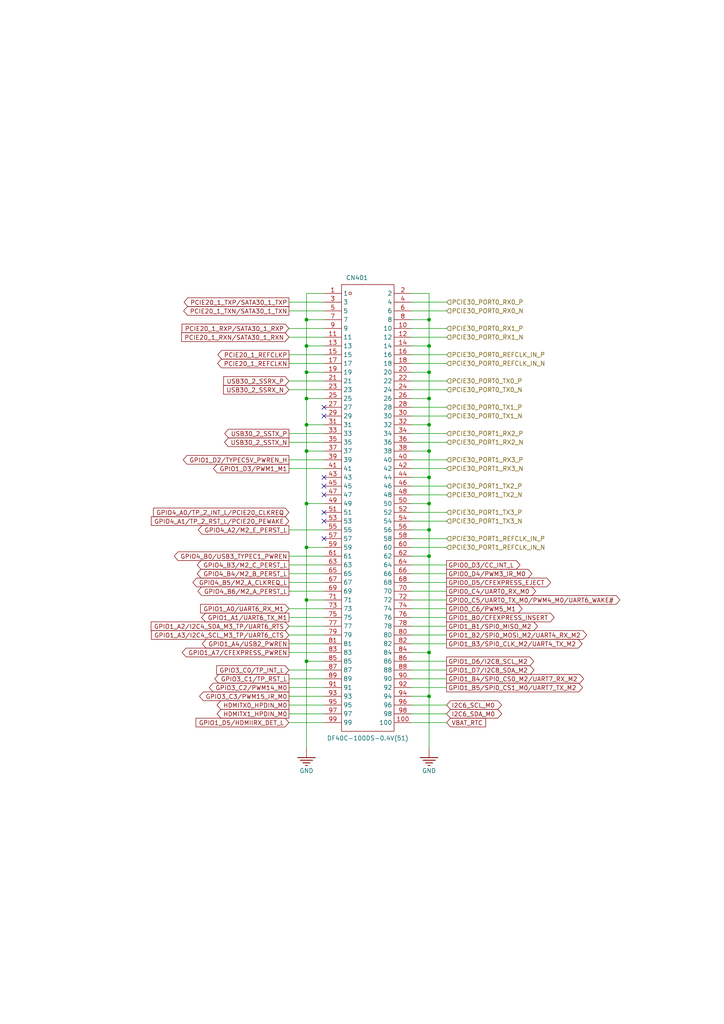
<source format=kicad_sch>
(kicad_sch (version 20250114) (generator "eeschema") (generator_version "9.0")
  (paper "A4" portrait)
  (lib_symbols
    (symbol "mainboard:DF40C-100DS-0.4V(51)"
      (symbol "DF40C-100DS-0.4V(51)_1_0"
        (rectangle (start -7.62 63.5) (end 7.62 -66.04))
        (circle (center -5.08 60.96) (radius 0.381))
        (pin input line (at -12.7 60.96 0) (length 5.08) (name "1") (number "1"))
        (pin input line (at -12.7 58.42 0) (length 5.08) (name "3") (number "3"))
        (pin input line (at -12.7 55.88 0) (length 5.08) (name "5") (number "5"))
        (pin input line (at -12.7 53.34 0) (length 5.08) (name "7") (number "7"))
        (pin input line (at -12.7 50.8 0) (length 5.08) (name "9") (number "9"))
        (pin input line (at -12.7 48.26 0) (length 5.08) (name "11") (number "11"))
        (pin input line (at -12.7 45.72 0) (length 5.08) (name "13") (number "13"))
        (pin input line (at -12.7 43.18 0) (length 5.08) (name "15") (number "15"))
        (pin input line (at -12.7 40.64 0) (length 5.08) (name "17") (number "17"))
        (pin input line (at -12.7 38.1 0) (length 5.08) (name "19") (number "19"))
        (pin input line (at -12.7 35.56 0) (length 5.08) (name "21") (number "21"))
        (pin input line (at -12.7 33.02 0) (length 5.08) (name "23") (number "23"))
        (pin input line (at -12.7 30.48 0) (length 5.08) (name "25") (number "25"))
        (pin input line (at -12.7 27.94 0) (length 5.08) (name "27") (number "27"))
        (pin input line (at -12.7 25.4 0) (length 5.08) (name "29") (number "29"))
        (pin input line (at -12.7 22.86 0) (length 5.08) (name "31") (number "31"))
        (pin input line (at -12.7 20.32 0) (length 5.08) (name "33") (number "33"))
        (pin input line (at -12.7 17.78 0) (length 5.08) (name "35") (number "35"))
        (pin input line (at -12.7 15.24 0) (length 5.08) (name "37") (number "37"))
        (pin input line (at -12.7 12.7 0) (length 5.08) (name "39") (number "39"))
        (pin input line (at -12.7 10.16 0) (length 5.08) (name "41") (number "41"))
        (pin input line (at -12.7 7.62 0) (length 5.08) (name "43") (number "43"))
        (pin input line (at -12.7 5.08 0) (length 5.08) (name "45") (number "45"))
        (pin input line (at -12.7 2.54 0) (length 5.08) (name "47") (number "47"))
        (pin input line (at -12.7 0 0) (length 5.08) (name "49") (number "49"))
        (pin input line (at -12.7 -2.54 0) (length 5.08) (name "51") (number "51"))
        (pin input line (at -12.7 -5.08 0) (length 5.08) (name "53") (number "53"))
        (pin input line (at -12.7 -7.62 0) (length 5.08) (name "55") (number "55"))
        (pin input line (at -12.7 -10.16 0) (length 5.08) (name "57") (number "57"))
        (pin input line (at -12.7 -12.7 0) (length 5.08) (name "59") (number "59"))
        (pin input line (at -12.7 -15.24 0) (length 5.08) (name "61") (number "61"))
        (pin input line (at -12.7 -17.78 0) (length 5.08) (name "63") (number "63"))
        (pin input line (at -12.7 -20.32 0) (length 5.08) (name "65") (number "65"))
        (pin input line (at -12.7 -22.86 0) (length 5.08) (name "67") (number "67"))
        (pin input line (at -12.7 -25.4 0) (length 5.08) (name "69") (number "69"))
        (pin input line (at -12.7 -27.94 0) (length 5.08) (name "71") (number "71"))
        (pin input line (at -12.7 -30.48 0) (length 5.08) (name "73") (number "73"))
        (pin input line (at -12.7 -33.02 0) (length 5.08) (name "75") (number "75"))
        (pin input line (at -12.7 -35.56 0) (length 5.08) (name "77") (number "77"))
        (pin input line (at -12.7 -38.1 0) (length 5.08) (name "79") (number "79"))
        (pin input line (at -12.7 -40.64 0) (length 5.08) (name "81") (number "81"))
        (pin input line (at -12.7 -43.18 0) (length 5.08) (name "83") (number "83"))
        (pin input line (at -12.7 -45.72 0) (length 5.08) (name "85") (number "85"))
        (pin input line (at -12.7 -48.26 0) (length 5.08) (name "87") (number "87"))
        (pin input line (at -12.7 -50.8 0) (length 5.08) (name "89") (number "89"))
        (pin input line (at -12.7 -53.34 0) (length 5.08) (name "91") (number "91"))
        (pin input line (at -12.7 -55.88 0) (length 5.08) (name "93") (number "93"))
        (pin input line (at -12.7 -58.42 0) (length 5.08) (name "95") (number "95"))
        (pin input line (at -12.7 -60.96 0) (length 5.08) (name "97") (number "97"))
        (pin input line (at -12.7 -63.5 0) (length 5.08) (name "99") (number "99"))
        (pin input line (at 12.7 60.96 180) (length 5.08) (name "2") (number "2"))
        (pin input line (at 12.7 58.42 180) (length 5.08) (name "4") (number "4"))
        (pin input line (at 12.7 55.88 180) (length 5.08) (name "6") (number "6"))
        (pin input line (at 12.7 53.34 180) (length 5.08) (name "8") (number "8"))
        (pin input line (at 12.7 50.8 180) (length 5.08) (name "10") (number "10"))
        (pin input line (at 12.7 48.26 180) (length 5.08) (name "12") (number "12"))
        (pin input line (at 12.7 45.72 180) (length 5.08) (name "14") (number "14"))
        (pin input line (at 12.7 43.18 180) (length 5.08) (name "16") (number "16"))
        (pin input line (at 12.7 40.64 180) (length 5.08) (name "18") (number "18"))
        (pin input line (at 12.7 38.1 180) (length 5.08) (name "20") (number "20"))
        (pin input line (at 12.7 35.56 180) (length 5.08) (name "22") (number "22"))
        (pin input line (at 12.7 33.02 180) (length 5.08) (name "24") (number "24"))
        (pin input line (at 12.7 30.48 180) (length 5.08) (name "26") (number "26"))
        (pin input line (at 12.7 27.94 180) (length 5.08) (name "28") (number "28"))
        (pin input line (at 12.7 25.4 180) (length 5.08) (name "30") (number "30"))
        (pin input line (at 12.7 22.86 180) (length 5.08) (name "32") (number "32"))
        (pin input line (at 12.7 20.32 180) (length 5.08) (name "34") (number "34"))
        (pin input line (at 12.7 17.78 180) (length 5.08) (name "36") (number "36"))
        (pin input line (at 12.7 15.24 180) (length 5.08) (name "38") (number "38"))
        (pin input line (at 12.7 12.7 180) (length 5.08) (name "40") (number "40"))
        (pin input line (at 12.7 10.16 180) (length 5.08) (name "42") (number "42"))
        (pin input line (at 12.7 7.62 180) (length 5.08) (name "44") (number "44"))
        (pin input line (at 12.7 5.08 180) (length 5.08) (name "46") (number "46"))
        (pin input line (at 12.7 2.54 180) (length 5.08) (name "48") (number "48"))
        (pin input line (at 12.7 0 180) (length 5.08) (name "50") (number "50"))
        (pin input line (at 12.7 -2.54 180) (length 5.08) (name "52") (number "52"))
        (pin input line (at 12.7 -5.08 180) (length 5.08) (name "54") (number "54"))
        (pin input line (at 12.7 -7.62 180) (length 5.08) (name "56") (number "56"))
        (pin input line (at 12.7 -10.16 180) (length 5.08) (name "58") (number "58"))
        (pin input line (at 12.7 -12.7 180) (length 5.08) (name "60") (number "60"))
        (pin input line (at 12.7 -15.24 180) (length 5.08) (name "62") (number "62"))
        (pin input line (at 12.7 -17.78 180) (length 5.08) (name "64") (number "64"))
        (pin input line (at 12.7 -20.32 180) (length 5.08) (name "66") (number "66"))
        (pin input line (at 12.7 -22.86 180) (length 5.08) (name "68") (number "68"))
        (pin input line (at 12.7 -25.4 180) (length 5.08) (name "70") (number "70"))
        (pin input line (at 12.7 -27.94 180) (length 5.08) (name "72") (number "72"))
        (pin input line (at 12.7 -30.48 180) (length 5.08) (name "74") (number "74"))
        (pin input line (at 12.7 -33.02 180) (length 5.08) (name "76") (number "76"))
        (pin input line (at 12.7 -35.56 180) (length 5.08) (name "78") (number "78"))
        (pin input line (at 12.7 -38.1 180) (length 5.08) (name "80") (number "80"))
        (pin input line (at 12.7 -40.64 180) (length 5.08) (name "82") (number "82"))
        (pin input line (at 12.7 -43.18 180) (length 5.08) (name "84") (number "84"))
        (pin input line (at 12.7 -45.72 180) (length 5.08) (name "86") (number "86"))
        (pin input line (at 12.7 -48.26 180) (length 5.08) (name "88") (number "88"))
        (pin input line (at 12.7 -50.8 180) (length 5.08) (name "90") (number "90"))
        (pin input line (at 12.7 -53.34 180) (length 5.08) (name "92") (number "92"))
        (pin input line (at 12.7 -55.88 180) (length 5.08) (name "94") (number "94"))
        (pin input line (at 12.7 -58.42 180) (length 5.08) (name "96") (number "96"))
        (pin input line (at 12.7 -60.96 180) (length 5.08) (name "98") (number "98"))
        (pin input line (at 12.7 -63.5 180) (length 5.08) (name "100") (number "100"))
      )
    )
    (symbol "mainboard:Ground-GND" (power) (pin_numbers (hide yes)) (pin_names (hide yes))
      (property "Value" "GND" (at 0 -6.35 0))
      (symbol "Ground-GND_1_0"
        (polyline (pts (xy -2.54 -2.54) (xy 2.54 -2.54)) (stroke (width 0.254)))
        (polyline (pts (xy -1.778 -3.302) (xy 1.778 -3.302)) (stroke (width 0.254)))
        (polyline (pts (xy -1.016 -4.064) (xy 1.016 -4.064)) (stroke (width 0.254)))
        (polyline (pts (xy -0.254 -4.826) (xy 0.254 -4.826)) (stroke (width 0.254)))
        (pin power_in line (at 0 0 270) (length 2.54) (name "") (number "1"))
      )
    )
  )
  (junction (at 124.46 138.43))
  (junction (at 88.9 100.33))
  (junction (at 88.9 173.99))
  (junction (at 124.46 201.93))
  (junction (at 88.9 130.81))
  (junction (at 124.46 189.23))
  (junction (at 124.46 130.81))
  (junction (at 124.46 146.05))
  (junction (at 124.46 115.57))
  (junction (at 88.9 123.19))
  (junction (at 88.9 107.95))
  (junction (at 88.9 115.57))
  (junction (at 124.46 92.71))
  (junction (at 124.46 161.29))
  (junction (at 124.46 153.67))
  (junction (at 88.9 191.77))
  (junction (at 88.9 158.75))
  (junction (at 88.9 92.71))
  (junction (at 124.46 107.95))
  (junction (at 124.46 123.19))
  (junction (at 88.9 146.05))
  (junction (at 124.46 100.33))
  (no_connect (at 93.98 143.51))
  (no_connect (at 93.98 118.11))
  (no_connect (at 93.98 138.43))
  (no_connect (at 93.98 151.13))
  (no_connect (at 93.98 140.97))
  (no_connect (at 93.98 120.65))
  (no_connect (at 93.98 148.59))
  (no_connect (at 93.98 156.21))
  (wire (pts (xy 88.9 92.71) (xy 93.98 92.71)))
  (wire (pts (xy 93.98 166.37) (xy 83.82 166.37)))
  (wire (pts (xy 88.9 100.33) (xy 93.98 100.33)))
  (wire (pts (xy 124.46 130.81) (xy 124.46 123.19)))
  (wire (pts (xy 93.98 199.39) (xy 83.82 199.39)))
  (wire (pts (xy 88.9 146.05) (xy 88.9 130.81)))
  (wire (pts (xy 93.98 179.07) (xy 83.82 179.07)))
  (wire (pts (xy 119.38 97.79) (xy 129.54 97.79)))
  (wire (pts (xy 93.98 128.27) (xy 83.82 128.27)))
  (wire (pts (xy 93.98 161.29) (xy 83.82 161.29)))
  (wire (pts (xy 119.38 196.85) (xy 129.54 196.85)))
  (wire (pts (xy 93.98 168.91) (xy 83.82 168.91)))
  (wire (pts (xy 93.98 125.73) (xy 83.82 125.73)))
  (wire (pts (xy 119.38 140.97) (xy 129.54 140.97)))
  (wire (pts (xy 88.9 130.81) (xy 88.9 123.19)))
  (wire (pts (xy 124.46 146.05) (xy 119.38 146.05)))
  (wire (pts (xy 93.98 97.79) (xy 83.82 97.79)))
  (wire (pts (xy 88.9 123.19) (xy 93.98 123.19)))
  (wire (pts (xy 124.46 92.71) (xy 124.46 85.09)))
  (wire (pts (xy 119.38 143.51) (xy 129.54 143.51)))
  (wire (pts (xy 88.9 107.95) (xy 93.98 107.95)))
  (wire (pts (xy 124.46 130.81) (xy 119.38 130.81)))
  (wire (pts (xy 124.46 92.71) (xy 119.38 92.71)))
  (wire (pts (xy 88.9 158.75) (xy 88.9 146.05)))
  (wire (pts (xy 93.98 181.61) (xy 83.82 181.61)))
  (wire (pts (xy 93.98 133.35) (xy 83.82 133.35)))
  (wire (pts (xy 119.38 133.35) (xy 129.54 133.35)))
  (wire (pts (xy 88.9 173.99) (xy 93.98 173.99)))
  (wire (pts (xy 119.38 90.17) (xy 129.54 90.17)))
  (wire (pts (xy 93.98 90.17) (xy 83.82 90.17)))
  (wire (pts (xy 119.38 179.07) (xy 129.54 179.07)))
  (wire (pts (xy 83.82 95.25) (xy 93.98 95.25)))
  (wire (pts (xy 119.38 95.25) (xy 129.54 95.25)))
  (wire (pts (xy 119.38 171.45) (xy 129.54 171.45)))
  (wire (pts (xy 119.38 113.03) (xy 129.54 113.03)))
  (wire (pts (xy 124.46 123.19) (xy 124.46 115.57)))
  (wire (pts (xy 93.98 201.93) (xy 83.82 201.93)))
  (wire (pts (xy 124.46 161.29) (xy 119.38 161.29)))
  (wire (pts (xy 119.38 166.37) (xy 129.54 166.37)))
  (wire (pts (xy 119.38 135.89) (xy 129.54 135.89)))
  (wire (pts (xy 88.9 92.71) (xy 88.9 85.09)))
  (wire (pts (xy 93.98 209.55) (xy 83.82 209.55)))
  (wire (pts (xy 93.98 204.47) (xy 83.82 204.47)))
  (wire (pts (xy 93.98 171.45) (xy 83.82 171.45)))
  (wire (pts (xy 119.38 128.27) (xy 129.54 128.27)))
  (wire (pts (xy 93.98 153.67) (xy 83.82 153.67)))
  (wire (pts (xy 93.98 186.69) (xy 83.82 186.69)))
  (wire (pts (xy 124.46 189.23) (xy 124.46 161.29)))
  (wire (pts (xy 119.38 173.99) (xy 129.54 173.99)))
  (wire (pts (xy 83.82 102.87) (xy 93.98 102.87)))
  (wire (pts (xy 119.38 184.15) (xy 129.54 184.15)))
  (wire (pts (xy 119.38 207.01) (xy 129.54 207.01)))
  (wire (pts (xy 124.46 107.95) (xy 124.46 100.33)))
  (wire (pts (xy 88.9 130.81) (xy 93.98 130.81)))
  (wire (pts (xy 124.46 138.43) (xy 119.38 138.43)))
  (wire (pts (xy 119.38 151.13) (xy 129.54 151.13)))
  (wire (pts (xy 119.38 168.91) (xy 129.54 168.91)))
  (wire (pts (xy 124.46 100.33) (xy 124.46 92.71)))
  (wire (pts (xy 119.38 209.55) (xy 129.54 209.55)))
  (wire (pts (xy 119.38 102.87) (xy 129.54 102.87)))
  (wire (pts (xy 88.9 158.75) (xy 93.98 158.75)))
  (wire (pts (xy 124.46 107.95) (xy 119.38 107.95)))
  (wire (pts (xy 124.46 189.23) (xy 119.38 189.23)))
  (wire (pts (xy 83.82 87.63) (xy 93.98 87.63)))
  (wire (pts (xy 88.9 115.57) (xy 88.9 107.95)))
  (wire (pts (xy 93.98 105.41) (xy 83.82 105.41)))
  (wire (pts (xy 119.38 163.83) (xy 129.54 163.83)))
  (wire (pts (xy 93.98 110.49) (xy 83.82 110.49)))
  (wire (pts (xy 93.98 135.89) (xy 83.82 135.89)))
  (wire (pts (xy 124.46 123.19) (xy 119.38 123.19)))
  (wire (pts (xy 124.46 85.09) (xy 119.38 85.09)))
  (wire (pts (xy 119.38 105.41) (xy 129.54 105.41)))
  (wire (pts (xy 119.38 156.21) (xy 129.54 156.21)))
  (wire (pts (xy 124.46 100.33) (xy 119.38 100.33)))
  (wire (pts (xy 119.38 204.47) (xy 129.54 204.47)))
  (wire (pts (xy 124.46 138.43) (xy 124.46 130.81)))
  (wire (pts (xy 88.9 217.17) (xy 88.9 191.77)))
  (wire (pts (xy 88.9 173.99) (xy 88.9 158.75)))
  (wire (pts (xy 119.38 186.69) (xy 129.54 186.69)))
  (wire (pts (xy 119.38 176.53) (xy 129.54 176.53)))
  (wire (pts (xy 88.9 146.05) (xy 93.98 146.05)))
  (wire (pts (xy 119.38 125.73) (xy 129.54 125.73)))
  (wire (pts (xy 119.38 181.61) (xy 129.54 181.61)))
  (wire (pts (xy 93.98 113.03) (xy 83.82 113.03)))
  (wire (pts (xy 119.38 118.11) (xy 129.54 118.11)))
  (wire (pts (xy 88.9 85.09) (xy 93.98 85.09)))
  (wire (pts (xy 124.46 153.67) (xy 119.38 153.67)))
  (wire (pts (xy 93.98 196.85) (xy 83.82 196.85)))
  (wire (pts (xy 124.46 201.93) (xy 119.38 201.93)))
  (wire (pts (xy 88.9 100.33) (xy 88.9 92.71)))
  (wire (pts (xy 119.38 199.39) (xy 129.54 199.39)))
  (wire (pts (xy 119.38 120.65) (xy 129.54 120.65)))
  (wire (pts (xy 124.46 201.93) (xy 124.46 189.23)))
  (wire (pts (xy 93.98 163.83) (xy 83.82 163.83)))
  (wire (pts (xy 88.9 191.77) (xy 93.98 191.77)))
  (wire (pts (xy 119.38 148.59) (xy 129.54 148.59)))
  (wire (pts (xy 119.38 158.75) (xy 129.54 158.75)))
  (wire (pts (xy 119.38 191.77) (xy 129.54 191.77)))
  (wire (pts (xy 88.9 115.57) (xy 93.98 115.57)))
  (wire (pts (xy 93.98 176.53) (xy 83.82 176.53)))
  (wire (pts (xy 124.46 115.57) (xy 124.46 107.95)))
  (wire (pts (xy 124.46 115.57) (xy 119.38 115.57)))
  (wire (pts (xy 119.38 194.31) (xy 129.54 194.31)))
  (wire (pts (xy 124.46 161.29) (xy 124.46 153.67)))
  (wire (pts (xy 124.46 217.17) (xy 124.46 201.93)))
  (wire (pts (xy 93.98 189.23) (xy 83.82 189.23)))
  (wire (pts (xy 124.46 153.67) (xy 124.46 146.05)))
  (wire (pts (xy 93.98 207.01) (xy 83.82 207.01)))
  (wire (pts (xy 83.82 184.15) (xy 93.98 184.15)))
  (wire (pts (xy 88.9 123.19) (xy 88.9 115.57)))
  (wire (pts (xy 124.46 146.05) (xy 124.46 138.43)))
  (wire (pts (xy 119.38 110.49) (xy 129.54 110.49)))
  (wire (pts (xy 88.9 107.95) (xy 88.9 100.33)))
  (wire (pts (xy 88.9 191.77) (xy 88.9 173.99)))
  (wire (pts (xy 93.98 194.31) (xy 83.82 194.31)))
  (wire (pts (xy 119.38 87.63) (xy 129.54 87.63)))
  (global_label "HDMITX1_HPDIN_M0" (shape output) (at 83.82 207.01 180) (property "Intersheetrefs" "${INTERSHEET_REFS}" (effects (hide yes))))
  (global_label "GPIO1_D6/I2C8_SCL_M2" (shape output) (at 129.54 191.77 0) (property "Intersheetrefs" "${INTERSHEET_REFS}" (effects (hide yes))))
  (global_label "USB30_2_SSRX_P" (shape input) (at 83.82 110.49 180) (property "Intersheetrefs" "${INTERSHEET_REFS}" (effects (hide yes))))
  (global_label "GPIO1_A4/USB2_PWREN" (shape output) (at 83.82 186.69 180) (property "Intersheetrefs" "${INTERSHEET_REFS}" (effects (hide yes))))
  (global_label "GPIO1_B5/SPI0_CS1_M0/UART7_TX_M2" (shape output) (at 129.54 199.39 0) (property "Intersheetrefs" "${INTERSHEET_REFS}" (effects (hide yes))))
  (global_label "VBAT_RTC" (shape input) (at 129.54 209.55 0) (property "Intersheetrefs" "${INTERSHEET_REFS}" (effects (hide yes))))
  (global_label "GPIO3_C0/TP_INT_L" (shape input) (at 83.82 194.31 180) (property "Intersheetrefs" "${INTERSHEET_REFS}" (effects (hide yes))))
  (global_label "USB30_2_SSRX_N" (shape input) (at 83.82 113.03 180) (property "Intersheetrefs" "${INTERSHEET_REFS}" (effects (hide yes))))
  (global_label "GPIO1_A0/UART6_RX_M1" (shape input) (at 83.82 176.53 180) (property "Intersheetrefs" "${INTERSHEET_REFS}" (effects (hide yes))))
  (global_label "GPIO4_B6/M2_A_PERST_L" (shape output) (at 83.82 171.45 180) (property "Intersheetrefs" "${INTERSHEET_REFS}" (effects (hide yes))))
  (global_label "GPIO4_A1/TP_2_RST_L/PCIE20_PEWAKE" (shape input) (at 83.82 151.13 180) (property "Intersheetrefs" "${INTERSHEET_REFS}" (effects (hide yes))))
  (global_label "GPIO1_A3/I2C4_SCL_M3_TP/UART6_CTS" (shape input) (at 83.82 184.15 180) (property "Intersheetrefs" "${INTERSHEET_REFS}" (effects (hide yes))))
  (global_label "GPIO1_B2/SPI0_MOSI_M2/UART4_RX_M2" (shape output) (at 129.54 184.15 0) (property "Intersheetrefs" "${INTERSHEET_REFS}" (effects (hide yes))))
  (global_label "GPIO1_D2/TYPEC5V_PWREN_H" (shape output) (at 83.82 133.35 180) (property "Intersheetrefs" "${INTERSHEET_REFS}" (effects (hide yes))))
  (global_label "GPIO4_A2/M2_E_PERST_L" (shape output) (at 83.82 153.67 180) (property "Intersheetrefs" "${INTERSHEET_REFS}" (effects (hide yes))))
  (global_label "GPIO0_D4/PWM3_IR_M0" (shape output) (at 129.54 166.37 0) (property "Intersheetrefs" "${INTERSHEET_REFS}" (effects (hide yes))))
  (global_label "GPIO1_D7/I2C8_SDA_M2" (shape output) (at 129.54 194.31 0) (property "Intersheetrefs" "${INTERSHEET_REFS}" (effects (hide yes))))
  (global_label "GPIO1_B1/SPI0_MISO_M2" (shape output) (at 129.54 181.61 0) (property "Intersheetrefs" "${INTERSHEET_REFS}" (effects (hide yes))))
  (global_label "PCIE20_1_TXN/SATA30_1_TXN" (shape output) (at 83.82 90.17 180) (property "Intersheetrefs" "${INTERSHEET_REFS}" (effects (hide yes))))
  (global_label "GPIO0_C5/UART0_TX_M0/PWM4_M0/UART6_WAKE#" (shape output) (at 129.54 173.99 0) (property "Intersheetrefs" "${INTERSHEET_REFS}" (effects (hide yes))))
  (global_label "HDMITX0_HPDIN_M0" (shape output) (at 83.82 204.47 180) (property "Intersheetrefs" "${INTERSHEET_REFS}" (effects (hide yes))))
  (global_label "PCIE20_1_REFCLKN" (shape output) (at 83.82 105.41 180) (property "Intersheetrefs" "${INTERSHEET_REFS}" (effects (hide yes))))
  (global_label "PCIE20_1_RXP/SATA30_1_RXP" (shape input) (at 83.82 95.25 180) (property "Intersheetrefs" "${INTERSHEET_REFS}" (effects (hide yes))))
  (global_label "GPIO1_B0/CFEXPRESS_INSERT" (shape output) (at 129.54 179.07 0) (property "Intersheetrefs" "${INTERSHEET_REFS}" (effects (hide yes))))
  (global_label "GPIO3_C1/TP_RST_L" (shape output) (at 83.82 196.85 180) (property "Intersheetrefs" "${INTERSHEET_REFS}" (effects (hide yes))))
  (global_label "PCIE20_1_TXP/SATA30_1_TXP" (shape output) (at 83.82 87.63 180) (property "Intersheetrefs" "${INTERSHEET_REFS}" (effects (hide yes))))
  (global_label "USB30_2_SSTX_P" (shape output) (at 83.82 125.73 180) (property "Intersheetrefs" "${INTERSHEET_REFS}" (effects (hide yes))))
  (global_label "I2C6_SCL_M0" (shape bidirectional) (at 129.54 204.47 0) (property "Intersheetrefs" "${INTERSHEET_REFS}" (effects (hide yes))))
  (global_label "PCIE20_1_RXN/SATA30_1_RXN" (shape input) (at 83.82 97.79 180) (property "Intersheetrefs" "${INTERSHEET_REFS}" (effects (hide yes))))
  (global_label "GPIO0_C6/PWM5_M1" (shape output) (at 129.54 176.53 0) (property "Intersheetrefs" "${INTERSHEET_REFS}" (effects (hide yes))))
  (global_label "I2C6_SDA_M0" (shape bidirectional) (at 129.54 207.01 0) (property "Intersheetrefs" "${INTERSHEET_REFS}" (effects (hide yes))))
  (global_label "GPIO1_A1/UART6_TX_M1" (shape output) (at 83.82 179.07 180) (property "Intersheetrefs" "${INTERSHEET_REFS}" (effects (hide yes))))
  (global_label "GPIO0_C4/UART0_RX_M0" (shape output) (at 129.54 171.45 0) (property "Intersheetrefs" "${INTERSHEET_REFS}" (effects (hide yes))))
  (global_label "GPIO4_B0/USB3_TYPEC1_PWREN" (shape output) (at 83.82 161.29 180) (property "Intersheetrefs" "${INTERSHEET_REFS}" (effects (hide yes))))
  (global_label "GPIO1_D3/PWM1_M1" (shape output) (at 83.82 135.89 180) (property "Intersheetrefs" "${INTERSHEET_REFS}" (effects (hide yes))))
  (global_label "GPIO1_B3/SPI0_CLK_M2/UART4_TX_M2" (shape output) (at 129.54 186.69 0) (property "Intersheetrefs" "${INTERSHEET_REFS}" (effects (hide yes))))
  (global_label "GPIO4_A0/TP_2_INT_L/PCIE20_CLKREQ" (shape input) (at 83.82 148.59 180) (property "Intersheetrefs" "${INTERSHEET_REFS}" (effects (hide yes))))
  (global_label "GPIO1_B4/SPI0_CS0_M2/UART7_RX_M2" (shape output) (at 129.54 196.85 0) (property "Intersheetrefs" "${INTERSHEET_REFS}" (effects (hide yes))))
  (global_label "GPIO1_D5/HDMIIRX_DET_L" (shape input) (at 83.82 209.55 180) (property "Intersheetrefs" "${INTERSHEET_REFS}" (effects (hide yes))))
  (global_label "GPIO0_D5/CFEXPRESS_EJECT" (shape output) (at 129.54 168.91 0) (property "Intersheetrefs" "${INTERSHEET_REFS}" (effects (hide yes))))
  (global_label "PCIE20_1_REFCLKP" (shape output) (at 83.82 102.87 180) (property "Intersheetrefs" "${INTERSHEET_REFS}" (effects (hide yes))))
  (global_label "GPIO0_D3/CC_INT_L" (shape output) (at 129.54 163.83 0) (property "Intersheetrefs" "${INTERSHEET_REFS}" (effects (hide yes))))
  (global_label "GPIO3_C3/PWM15_IR_M0" (shape output) (at 83.82 201.93 180) (property "Intersheetrefs" "${INTERSHEET_REFS}" (effects (hide yes))))
  (global_label "GPIO1_A7/CFEXPRESS_PWREN" (shape output) (at 83.82 189.23 180) (property "Intersheetrefs" "${INTERSHEET_REFS}" (effects (hide yes))))
  (global_label "GPIO4_B3/M2_C_PERST_L" (shape output) (at 83.82 163.83 180) (property "Intersheetrefs" "${INTERSHEET_REFS}" (effects (hide yes))))
  (global_label "USB30_2_SSTX_N" (shape output) (at 83.82 128.27 180) (property "Intersheetrefs" "${INTERSHEET_REFS}" (effects (hide yes))))
  (global_label "GPIO3_C2/PWM14_M0" (shape output) (at 83.82 199.39 180) (property "Intersheetrefs" "${INTERSHEET_REFS}" (effects (hide yes))))
  (global_label "GPIO1_A2/I2C4_SDA_M3_TP/UART6_RTS" (shape input) (at 83.82 181.61 180) (property "Intersheetrefs" "${INTERSHEET_REFS}" (effects (hide yes))))
  (global_label "GPIO4_B5/M2_A_CLKREQ_L" (shape output) (at 83.82 168.91 180) (property "Intersheetrefs" "${INTERSHEET_REFS}" (effects (hide yes))))
  (global_label "GPIO4_B4/M2_B_PERST_L" (shape output) (at 83.82 166.37 180) (property "Intersheetrefs" "${INTERSHEET_REFS}" (effects (hide yes))))
  (hierarchical_label "PCIE30_PORT1_TX3_P" (shape input) (at 129.54 148.59 0))
  (hierarchical_label "PCIE30_PORT0_REFCLK_IN_N" (shape input) (at 129.54 105.41 0))
  (hierarchical_label "PCIE30_PORT0_RX1_P" (shape input) (at 129.54 95.25 0))
  (hierarchical_label "PCIE30_PORT0_TX0_P" (shape input) (at 129.54 110.49 0))
  (hierarchical_label "PCIE30_PORT1_TX3_N" (shape input) (at 129.54 151.13 0))
  (hierarchical_label "PCIE30_PORT0_TX1_N" (shape input) (at 129.54 120.65 0))
  (hierarchical_label "PCIE30_PORT1_TX2_N" (shape input) (at 129.54 143.51 0))
  (hierarchical_label "PCIE30_PORT1_RX2_P" (shape input) (at 129.54 125.73 0))
  (hierarchical_label "PCIE30_PORT1_RX3_P" (shape input) (at 129.54 133.35 0))
  (hierarchical_label "PCIE30_PORT0_RX0_P" (shape input) (at 129.54 87.63 0))
  (hierarchical_label "PCIE30_PORT1_RX2_N" (shape input) (at 129.54 128.27 0))
  (hierarchical_label "PCIE30_PORT1_REFCLK_IN_P" (shape input) (at 129.54 156.21 0))
  (hierarchical_label "PCIE30_PORT1_TX2_P" (shape input) (at 129.54 140.97 0))
  (hierarchical_label "PCIE30_PORT0_TX0_N" (shape input) (at 129.54 113.03 0))
  (hierarchical_label "PCIE30_PORT1_REFCLK_IN_N" (shape input) (at 129.54 158.75 0))
  (hierarchical_label "PCIE30_PORT1_RX3_N" (shape input) (at 129.54 135.89 0))
  (hierarchical_label "PCIE30_PORT0_TX1_P" (shape input) (at 129.54 118.11 0))
  (hierarchical_label "PCIE30_PORT0_REFCLK_IN_P" (shape input) (at 129.54 102.87 0))
  (hierarchical_label "PCIE30_PORT0_RX0_N" (shape input) (at 129.54 90.17 0))
  (hierarchical_label "PCIE30_PORT0_RX1_N" (shape input) (at 129.54 97.79 0))
  (symbol (lib_id "mainboard:DF40C-100DS-0.4V(51)") (at 106.68 146.05 0) (unit 1)
    (property "Reference" "CN401" (at 100.33 81.28 0) (effects (justify left bottom)))
    (property "Value" "DF40C-100DS-0.4V(51)" (at 106.68 213.36 0) (effects (justify top)))
    (property "Footprint" "mainboard:CONN-SMD_DF40C-100DS-0.4V-51" (effects (hide yes)))
    (property "Datasheet" "https://atta.szlcsc.com/upload/public/pdf/source/20200611/C597932_F50447A8BD413549CB06DCD4A9C7496A.pdf" (effects (hide yes)))
    (property "Description" "Number of Pins:- Pitch:0.4mm Gender:Female Mounting Style:Brick nogging Number of Rows:2 Current Rating (Max):300mA Contact Plating:Gold Operating Temperature Range:-35°C~+85°C Operating Temperature Range:-35°C~+85°C" (effects (hide yes)))
    (property "Manufacturer Part" "DF40C-100DS-0.4V(51)" (effects (hide yes)))
    (property "Manufacturer" "HRS(广濑)" (effects (hide yes)))
    (property "Supplier Part" "C597931" (effects (hide yes)))
    (property "Supplier" "LCSC" (effects (hide yes)))
    (property "LCSC Part Name" "间距:0.4mm 母 立贴" (effects (hide yes)))
  )
  (symbol (lib_id "mainboard:Ground-GND") (at 88.9 217.17 0) (unit 1)
    (property "Reference" "#PWR0401" (effects (hide yes)))
    (property "Value" "GND" (at 88.9 223.52 0))
    (property "Footprint" "mainboard:" (effects (hide yes)))
  )
  (symbol (lib_id "mainboard:Ground-GND") (at 124.46 217.17 0) (unit 1)
    (property "Reference" "#PWR0402" (effects (hide yes)))
    (property "Value" "GND" (at 124.46 223.52 0))
    (property "Footprint" "mainboard:" (effects (hide yes)))
  )
)
</source>
